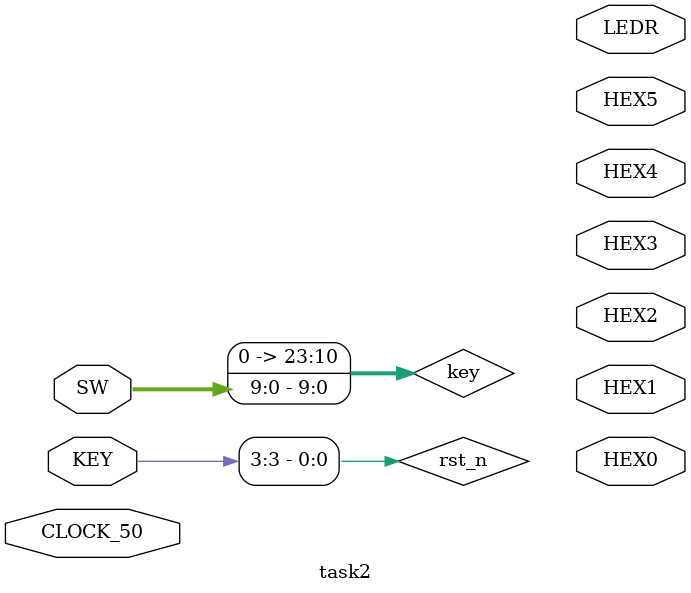
<source format=sv>
module task2(
    input  logic CLOCK_50,
    input  logic [3:0] KEY,
    input  logic [9:0] SW,
    output logic [6:0] HEX0, HEX1, HEX2, HEX3, HEX4, HEX5,
    output logic [9:0] LEDR
);


    // Internal signals
    logic i_en, i_rdy;
    logic k_en, k_rdy;
    logic [7:0] i_addr, k_addr, addr;
    logic [7:0] i_wrdata, k_wrdata, wrdata;
    logic i_wren, k_wren, wren;
    logic [7:0] q;
    logic [23:0] key;

    // Control FSM
    enum logic [2:0] {
        IDLE = 3'd0,
        STARTI = 3'd1,
        INIT = 3'd2,
        STARTK = 3'd3,
        KSA = 3'd4,
        DONE = 3'd5
    } present_state, next_state;

    // Reset signal
    logic rst_n;
    assign rst_n = KEY[3];

    // Instantiate s_mem
    s_mem s(
        .address(addr),
        .clock(CLOCK_50),
        .data(wrdata),
        .wren(wren),
        .q(q)
    );

    // Instantiate init module
    init i(
        .clk(CLOCK_50),
        .rst_n(rst_n),
        .en(i_en),
        .rdy(i_rdy),
        .addr(i_addr),
        .wrdata(i_wrdata),
        .wren(i_wren)
    );

    assign key = {14'b0, SW[9:0]};

        // Instantiate ksa module
    ksa k(
        .clk(CLOCK_50),
        .rst_n(rst_n),
        .en(k_en),
        .rdy(k_rdy),
        .key(key),
        .addr(k_addr),
        .rddata(q),
        .wrdata(k_wrdata),
        .wren(k_wren)
    );

    // State register
    always_ff @(posedge CLOCK_50) begin
        if (~rst_n) begin
            present_state <= IDLE;
        end else begin
            present_state <= next_state;
        end
    end

    // Next state logic - automatically progresses after reset
    always_comb begin
        case (present_state)
            IDLE: next_state = STARTI;  // Auto-start after reset applied
            STARTI: next_state = (~i_rdy) ? INIT : STARTI;
            INIT: next_state = i_rdy ? STARTK : INIT;            
            STARTK: next_state = (~k_rdy) ? KSA : STARTK;
            KSA: next_state = (k_rdy) ? DONE : KSA;
            DONE: next_state = DONE;
            default: next_state = IDLE;
        endcase
    end
    
    // Output control logic and memory multiplexing
    always_comb begin
        // Default values
        i_en = 1'b0;
        k_en = 1'b0;
        addr = 8'b0;
        wrdata = 8'b0;
        wren = 1'b0;   
        
        case (present_state)
            STARTI: begin
                i_en = 1'b1;  
                addr = i_addr;
                wrdata = i_wrdata;
                wren = i_wren;
            end
            
            INIT: begin
                i_en = 1'b0;
                addr = i_addr;
                wrdata = i_wrdata;
                wren = i_wren;
            end
            
            STARTK: begin
                k_en = 1'b1; 
                addr = k_addr;
                wrdata = k_wrdata;
                wren = k_wren;
            end
            
            KSA: begin
                k_en = 1'b0; 
                addr = k_addr;
                wrdata = k_wrdata;
                wren = k_wren;
            end
            
            default: begin
                i_en = 1'b0;
                k_en = 1'b0;
                addr = 8'b0;
                wrdata = 8'b0;
                wren = 1'b0;  
            end
        endcase
    end


endmodule
</source>
